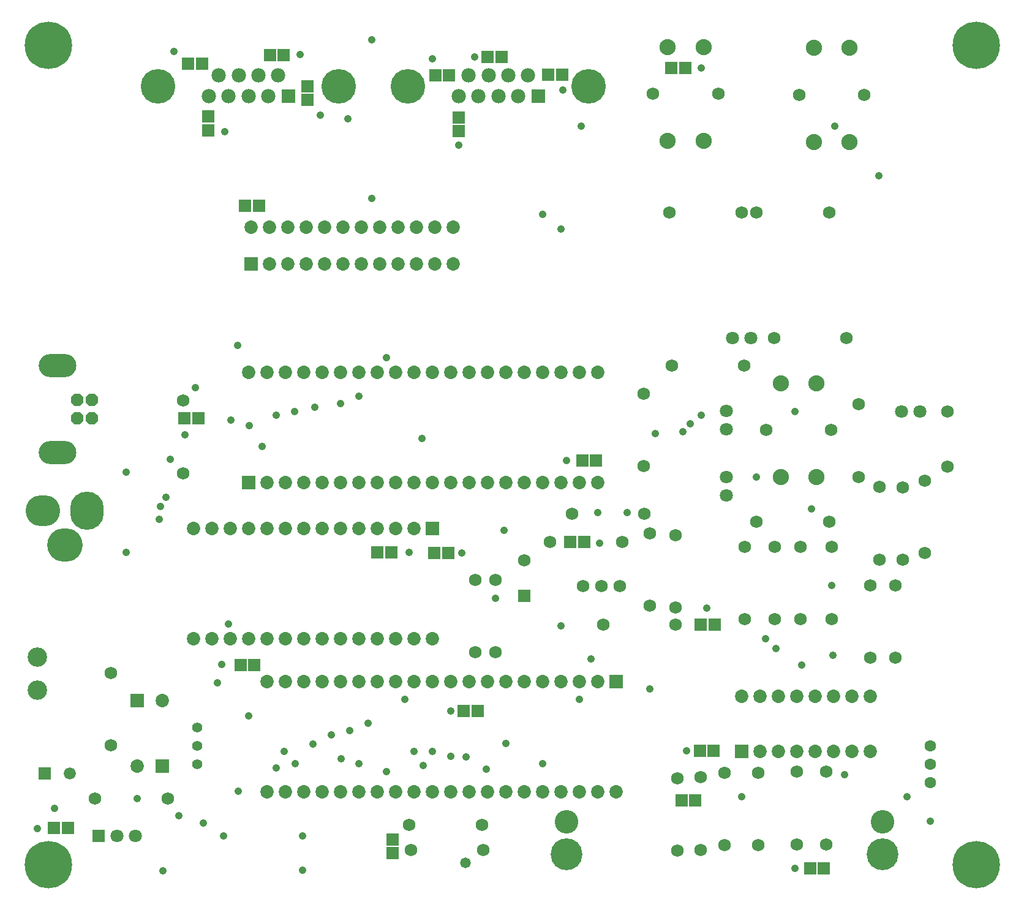
<source format=gbs>
G04 Layer_Color=8150272*
%FSLAX23Y23*%
%MOIN*%
G70*
G01*
G75*
%ADD17C,0.058*%
%ADD59R,0.065X0.069*%
%ADD60R,0.069X0.065*%
%ADD61R,0.071X0.071*%
%ADD62C,0.071*%
%ADD63R,0.066X0.066*%
%ADD64C,0.066*%
%ADD65C,0.106*%
%ADD66O,0.193X0.183*%
%ADD67O,0.183X0.208*%
%ADD68O,0.188X0.168*%
%ADD69O,0.205X0.126*%
%ADD70P,0.073X8X292.5*%
%ADD71R,0.073X0.073*%
%ADD72C,0.073*%
%ADD73C,0.068*%
%ADD74C,0.088*%
%ADD75R,0.073X0.073*%
%ADD76C,0.073*%
%ADD77C,0.188*%
%ADD78C,0.078*%
%ADD79R,0.078X0.078*%
%ADD80R,0.068X0.068*%
%ADD81R,0.073X0.073*%
%ADD82C,0.055*%
%ADD83C,0.128*%
%ADD84C,0.173*%
%ADD85C,0.258*%
%ADD86C,0.063*%
%ADD87C,0.042*%
D17*
X3420Y1040D02*
D03*
D59*
X5298Y1010D02*
D03*
X5372D02*
D03*
X1257Y1230D02*
D03*
X1183D02*
D03*
X3617Y5425D02*
D03*
X3543D02*
D03*
X1913Y5390D02*
D03*
X1987D02*
D03*
X2358Y5435D02*
D03*
X2432D02*
D03*
X3993Y2785D02*
D03*
X4067D02*
D03*
X3487Y1865D02*
D03*
X3413D02*
D03*
X3947Y5330D02*
D03*
X3873D02*
D03*
X3332Y5325D02*
D03*
X3258D02*
D03*
X3017Y2730D02*
D03*
X2943D02*
D03*
X2223Y4615D02*
D03*
X2297D02*
D03*
X4617Y5365D02*
D03*
X4543D02*
D03*
X1893Y3460D02*
D03*
X1967D02*
D03*
X4672Y1380D02*
D03*
X4598D02*
D03*
X4772Y1650D02*
D03*
X4698D02*
D03*
X4058Y3230D02*
D03*
X4132D02*
D03*
X4703Y2335D02*
D03*
X4777D02*
D03*
X3327Y2725D02*
D03*
X3253D02*
D03*
X2272Y2115D02*
D03*
X2198D02*
D03*
D60*
X2020Y5102D02*
D03*
Y5028D02*
D03*
X2560Y5193D02*
D03*
Y5267D02*
D03*
X3385Y5097D02*
D03*
Y5023D02*
D03*
X3025Y1167D02*
D03*
Y1093D02*
D03*
D61*
X1425Y1185D02*
D03*
D62*
X1525D02*
D03*
X1625D02*
D03*
X4840Y3140D02*
D03*
Y3040D02*
D03*
Y3400D02*
D03*
Y3500D02*
D03*
X5795Y3495D02*
D03*
X5895D02*
D03*
X4875Y3895D02*
D03*
X4975D02*
D03*
D63*
X1130Y1525D02*
D03*
D64*
X1268D02*
D03*
D65*
X1093Y2160D02*
D03*
Y1979D02*
D03*
D66*
X1240Y2770D02*
D03*
D67*
X1360Y2955D02*
D03*
D68*
X1120D02*
D03*
D69*
X1202Y3747D02*
D03*
Y3273D02*
D03*
D70*
X1309Y3461D02*
D03*
X1388D02*
D03*
Y3559D02*
D03*
X1309D02*
D03*
D71*
X1770Y1568D02*
D03*
X1635Y1922D02*
D03*
D72*
X1770Y1922D02*
D03*
X1635Y1568D02*
D03*
D73*
X3585Y2579D02*
D03*
X3585Y2185D02*
D03*
X5238Y5220D02*
D03*
X5592D02*
D03*
X4443Y5225D02*
D03*
X4797D02*
D03*
X4425Y2834D02*
D03*
X4425Y2440D02*
D03*
X4001Y2940D02*
D03*
X4395Y2940D02*
D03*
X4565Y2824D02*
D03*
X4565Y2430D02*
D03*
X4171Y2335D02*
D03*
X4565Y2335D02*
D03*
X5415Y2366D02*
D03*
X5415Y2760D02*
D03*
X5245Y2366D02*
D03*
X5245Y2760D02*
D03*
X5625Y2156D02*
D03*
X5625Y2550D02*
D03*
X5760Y2156D02*
D03*
X5760Y2550D02*
D03*
X5105Y2366D02*
D03*
X5105Y2760D02*
D03*
X4940Y2366D02*
D03*
X4940Y2760D02*
D03*
X3740Y2686D02*
D03*
X3475Y2579D02*
D03*
X3475Y2185D02*
D03*
X5560Y3141D02*
D03*
X5560Y3535D02*
D03*
X5006Y4580D02*
D03*
X5400Y4580D02*
D03*
X4390Y3594D02*
D03*
X4390Y3200D02*
D03*
X4531Y4580D02*
D03*
X4925Y4580D02*
D03*
X1885Y3161D02*
D03*
X1885Y3555D02*
D03*
X1406Y1390D02*
D03*
X1800Y1390D02*
D03*
X3881Y2785D02*
D03*
X4275Y2785D02*
D03*
X1490Y2074D02*
D03*
X1490Y1680D02*
D03*
X4260Y2548D02*
D03*
X4160D02*
D03*
X4060D02*
D03*
X5006Y2895D02*
D03*
X5400Y2895D02*
D03*
X5015Y1136D02*
D03*
X5015Y1530D02*
D03*
X5225Y1141D02*
D03*
X5225Y1535D02*
D03*
X5385Y1141D02*
D03*
X5385Y1535D02*
D03*
X4830Y1136D02*
D03*
X4830Y1530D02*
D03*
X5675Y2691D02*
D03*
X5675Y3085D02*
D03*
X5800Y3084D02*
D03*
X5800Y2690D02*
D03*
X4575Y1106D02*
D03*
X4575Y1500D02*
D03*
X4700Y1111D02*
D03*
X4700Y1505D02*
D03*
X3116Y1245D02*
D03*
X3510Y1245D02*
D03*
X3519Y1110D02*
D03*
X3125Y1110D02*
D03*
X5058Y3395D02*
D03*
X5412D02*
D03*
X5920Y3119D02*
D03*
X5920Y2725D02*
D03*
X6045Y3495D02*
D03*
Y3195D02*
D03*
X5101Y3895D02*
D03*
X5495Y3895D02*
D03*
X4939Y3745D02*
D03*
X4545Y3745D02*
D03*
D74*
X5317Y4964D02*
D03*
Y5476D02*
D03*
X5513Y4964D02*
D03*
Y5476D02*
D03*
X4522Y4969D02*
D03*
Y5481D02*
D03*
X4718Y4969D02*
D03*
Y5481D02*
D03*
X5137Y3139D02*
D03*
Y3651D02*
D03*
X5333Y3139D02*
D03*
Y3651D02*
D03*
D75*
X2255Y4300D02*
D03*
D76*
X2355D02*
D03*
X2455D02*
D03*
X2555D02*
D03*
X2655D02*
D03*
X2755D02*
D03*
X2855D02*
D03*
X2955D02*
D03*
X3055D02*
D03*
X3155D02*
D03*
X3255D02*
D03*
X3355D02*
D03*
Y4500D02*
D03*
X3255D02*
D03*
X3155D02*
D03*
X3055D02*
D03*
X2955D02*
D03*
X2855D02*
D03*
X2755D02*
D03*
X2655D02*
D03*
X2555D02*
D03*
X2455D02*
D03*
X2355D02*
D03*
X2255D02*
D03*
X3140Y2860D02*
D03*
X3040D02*
D03*
X2940D02*
D03*
X2840D02*
D03*
X2740D02*
D03*
X2640D02*
D03*
X2540D02*
D03*
X2440D02*
D03*
X2340D02*
D03*
X2240D02*
D03*
X2140D02*
D03*
X2040D02*
D03*
X1940D02*
D03*
Y2260D02*
D03*
X2040D02*
D03*
X2140D02*
D03*
X2240D02*
D03*
X2340D02*
D03*
X2440D02*
D03*
X2540D02*
D03*
X2640D02*
D03*
X2740D02*
D03*
X2840D02*
D03*
X2940D02*
D03*
X3040D02*
D03*
X3140D02*
D03*
X3240D02*
D03*
X2340Y3110D02*
D03*
X2440D02*
D03*
X2540D02*
D03*
X2640D02*
D03*
X2740D02*
D03*
X2840D02*
D03*
X2940D02*
D03*
X3040D02*
D03*
X3140D02*
D03*
X3240D02*
D03*
X3340D02*
D03*
X3440D02*
D03*
X3540D02*
D03*
X3640D02*
D03*
X3740D02*
D03*
X3840D02*
D03*
X3940D02*
D03*
X4040D02*
D03*
X4140D02*
D03*
Y3710D02*
D03*
X4040D02*
D03*
X3940D02*
D03*
X3840D02*
D03*
X3740D02*
D03*
X3640D02*
D03*
X3540D02*
D03*
X3440D02*
D03*
X3340D02*
D03*
X3240D02*
D03*
X3140D02*
D03*
X3040D02*
D03*
X2940D02*
D03*
X2840D02*
D03*
X2740D02*
D03*
X2640D02*
D03*
X2540D02*
D03*
X2440D02*
D03*
X2340D02*
D03*
X2240D02*
D03*
X4240Y1425D02*
D03*
X4140D02*
D03*
X4040D02*
D03*
X3940D02*
D03*
X3840D02*
D03*
X3740D02*
D03*
X3640D02*
D03*
X3540D02*
D03*
X3440D02*
D03*
X3340D02*
D03*
X3240D02*
D03*
X3140D02*
D03*
X3040D02*
D03*
X2940D02*
D03*
X2840D02*
D03*
X2740D02*
D03*
X2640D02*
D03*
X2540D02*
D03*
X2440D02*
D03*
X2340D02*
D03*
Y2025D02*
D03*
X2440D02*
D03*
X2540D02*
D03*
X2640D02*
D03*
X2740D02*
D03*
X2840D02*
D03*
X2940D02*
D03*
X3040D02*
D03*
X3140D02*
D03*
X3240D02*
D03*
X3340D02*
D03*
X3440D02*
D03*
X3540D02*
D03*
X3640D02*
D03*
X3740D02*
D03*
X3840D02*
D03*
X3940D02*
D03*
X4040D02*
D03*
X4140D02*
D03*
X5625Y1645D02*
D03*
Y1945D02*
D03*
X5525D02*
D03*
X5425D02*
D03*
X5325D02*
D03*
X5225D02*
D03*
X5125D02*
D03*
X5525Y1645D02*
D03*
X5425D02*
D03*
X5325D02*
D03*
X5225D02*
D03*
X5125D02*
D03*
X5025D02*
D03*
Y1945D02*
D03*
X4925D02*
D03*
D77*
X3109Y5268D02*
D03*
X4093D02*
D03*
X1749D02*
D03*
X2733D02*
D03*
D78*
X3709Y5213D02*
D03*
X3601D02*
D03*
X3493D02*
D03*
X3385D02*
D03*
X3439Y5325D02*
D03*
X3547D02*
D03*
X3655D02*
D03*
X3763D02*
D03*
X2349Y5213D02*
D03*
X2241D02*
D03*
X2133D02*
D03*
X2025D02*
D03*
X2079Y5325D02*
D03*
X2187D02*
D03*
X2295D02*
D03*
X2403D02*
D03*
D79*
X3817Y5213D02*
D03*
X2457D02*
D03*
D80*
X3740Y2494D02*
D03*
D81*
X3240Y2860D02*
D03*
X2240Y3110D02*
D03*
X4240Y2025D02*
D03*
X4925Y1645D02*
D03*
D82*
X1960Y1575D02*
D03*
X1960Y1675D02*
D03*
Y1775D02*
D03*
D83*
X3970Y1262D02*
D03*
X5690D02*
D03*
D84*
X3970Y1085D02*
D03*
X5690D02*
D03*
D85*
X1150Y1030D02*
D03*
Y5490D02*
D03*
X6200Y1030D02*
D03*
Y5490D02*
D03*
D86*
X5950Y1575D02*
D03*
Y1675D02*
D03*
Y1475D02*
D03*
D87*
X5005Y3140D02*
D03*
X5215Y3495D02*
D03*
X3940Y4490D02*
D03*
X3840Y4570D02*
D03*
X4425Y1985D02*
D03*
X4735Y2425D02*
D03*
X5950Y1265D02*
D03*
X5485Y1520D02*
D03*
X3840Y1580D02*
D03*
X1860Y1295D02*
D03*
X1995Y1255D02*
D03*
X1755Y2910D02*
D03*
X3340Y1865D02*
D03*
X1760Y2980D02*
D03*
X1815Y3235D02*
D03*
X1790Y3030D02*
D03*
X3585Y2480D02*
D03*
X4705Y3475D02*
D03*
X4645Y3430D02*
D03*
X4605Y3385D02*
D03*
X4455Y3375D02*
D03*
X4105Y2150D02*
D03*
X5055Y2260D02*
D03*
X5110Y2205D02*
D03*
X5420Y2170D02*
D03*
X5250Y2115D02*
D03*
X4040Y1930D02*
D03*
X3185Y3350D02*
D03*
X2315Y3305D02*
D03*
X3940Y2330D02*
D03*
X3640Y1690D02*
D03*
X2240Y1840D02*
D03*
X3425Y1615D02*
D03*
X2890Y1800D02*
D03*
X3340Y1620D02*
D03*
X2790Y1760D02*
D03*
X3240Y1645D02*
D03*
X2690Y1735D02*
D03*
X3140Y1645D02*
D03*
X2590Y1685D02*
D03*
X3535Y1550D02*
D03*
X2435Y1645D02*
D03*
X2745Y1605D02*
D03*
X2495Y1580D02*
D03*
X2390Y1555D02*
D03*
X2840Y1580D02*
D03*
X3190Y1570D02*
D03*
X2990Y1535D02*
D03*
X1950Y3625D02*
D03*
X2180Y3855D02*
D03*
X2840Y3580D02*
D03*
X2740Y3540D02*
D03*
X2600Y3520D02*
D03*
X2490Y3495D02*
D03*
X2390Y3475D02*
D03*
X2130Y2340D02*
D03*
X2245Y3420D02*
D03*
X2145Y3450D02*
D03*
X2990Y3790D02*
D03*
X3090Y1930D02*
D03*
X2535Y1185D02*
D03*
X2185Y1430D02*
D03*
X2105Y1185D02*
D03*
X2070Y2020D02*
D03*
X2095Y2120D02*
D03*
X1185Y1335D02*
D03*
X1090Y1225D02*
D03*
X1575Y3165D02*
D03*
Y2730D02*
D03*
X4140Y2945D02*
D03*
X2535Y1000D02*
D03*
X3115Y2730D02*
D03*
X3400Y2725D02*
D03*
X3970Y3230D02*
D03*
X1895Y3370D02*
D03*
X2110Y5020D02*
D03*
X1835Y5455D02*
D03*
X2520Y5440D02*
D03*
X2630Y5110D02*
D03*
X3385Y4945D02*
D03*
X3240Y5415D02*
D03*
X3470Y5425D02*
D03*
X3950Y5245D02*
D03*
X4705Y5365D02*
D03*
X1635Y1390D02*
D03*
X1775Y995D02*
D03*
X5215Y1010D02*
D03*
X4625Y1650D02*
D03*
X3630Y2850D02*
D03*
X4150Y2780D02*
D03*
X5305Y2965D02*
D03*
X4300Y2945D02*
D03*
X5415Y2550D02*
D03*
X4050Y5050D02*
D03*
X5430D02*
D03*
X2780Y5090D02*
D03*
X5670Y4780D02*
D03*
X2910Y5520D02*
D03*
Y4655D02*
D03*
X4925Y1400D02*
D03*
X5825D02*
D03*
M02*

</source>
